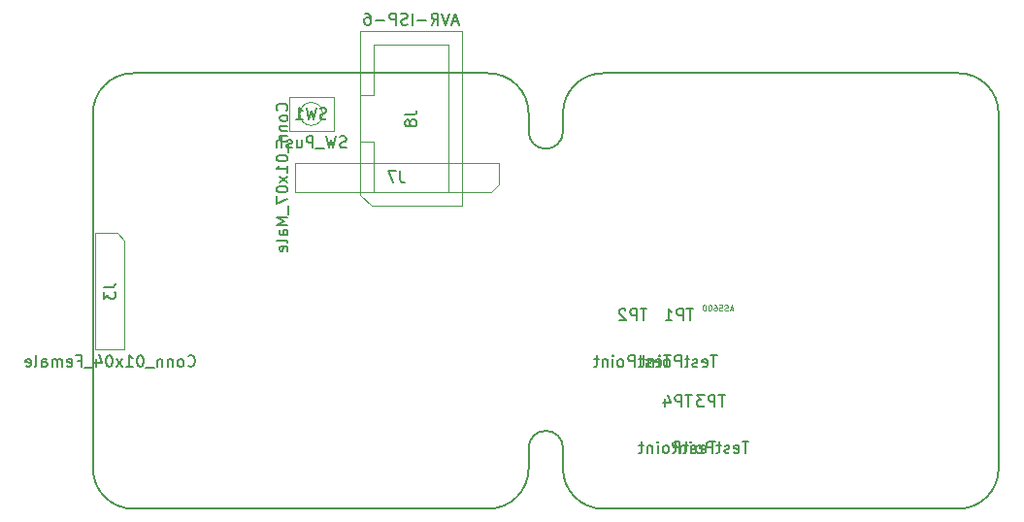
<source format=gbr>
%TF.GenerationSoftware,KiCad,Pcbnew,(6.0.1-0)*%
%TF.CreationDate,2022-02-22T17:31:55+01:00*%
%TF.ProjectId,ethersweep,65746865-7273-4776-9565-702e6b696361,2.0.1*%
%TF.SameCoordinates,Original*%
%TF.FileFunction,AssemblyDrawing,Bot*%
%FSLAX46Y46*%
G04 Gerber Fmt 4.6, Leading zero omitted, Abs format (unit mm)*
G04 Created by KiCad (PCBNEW (6.0.1-0)) date 2022-02-22 17:31:55*
%MOMM*%
%LPD*%
G01*
G04 APERTURE LIST*
%TA.AperFunction,Profile*%
%ADD10C,0.150000*%
%TD*%
%ADD11C,0.150000*%
%ADD12C,0.015000*%
%ADD13C,0.100000*%
G04 APERTURE END LIST*
D10*
X184100000Y-31800000D02*
X184100000Y-30200000D01*
X184100000Y-60700000D02*
X184100000Y-59400000D01*
X180600000Y-26700000D02*
X149600000Y-26700000D01*
X149600000Y-26700000D02*
G75*
G03*
X146100000Y-30200000I-1J-3499999D01*
G01*
X184100000Y-30200000D02*
G75*
G03*
X180600000Y-26700000I-3499999J1D01*
G01*
X180600000Y-64700000D02*
G75*
G03*
X184100000Y-61200000I1J3499999D01*
G01*
X146100000Y-30200000D02*
X146100000Y-61200000D01*
X149600000Y-64700000D02*
X180600000Y-64700000D01*
X146100000Y-61200000D02*
G75*
G03*
X149600000Y-64700000I3499999J-1D01*
G01*
X184100000Y-61200000D02*
X184100000Y-60700000D01*
X225100000Y-61200000D02*
X225100000Y-30200000D01*
X190600000Y-64700000D02*
X221600000Y-64700000D01*
X187100000Y-61200000D02*
G75*
G03*
X190600000Y-64700000I3499999J-1D01*
G01*
X221600000Y-64700000D02*
G75*
G03*
X225100000Y-61200000I1J3499999D01*
G01*
X190600000Y-26700000D02*
G75*
G03*
X187100000Y-30200000I-1J-3499999D01*
G01*
X190600000Y-26700000D02*
X221600000Y-26700000D01*
X187100000Y-30200000D02*
X187100000Y-30700000D01*
X187100000Y-61200000D02*
X187100000Y-59400000D01*
X187100000Y-31800000D02*
X187100000Y-30700000D01*
X225100000Y-30200000D02*
G75*
G03*
X221600000Y-26700000I-3499999J1D01*
G01*
X184099404Y-31800002D02*
G75*
G03*
X187100000Y-31800000I1500298J-298D01*
G01*
X187100596Y-59399998D02*
G75*
G03*
X184100000Y-59400000I-1500298J298D01*
G01*
D11*
X177965238Y-22186666D02*
X177489047Y-22186666D01*
X178060476Y-22472380D02*
X177727142Y-21472380D01*
X177393809Y-22472380D01*
X177203333Y-21472380D02*
X176870000Y-22472380D01*
X176536666Y-21472380D01*
X175631904Y-22472380D02*
X175965238Y-21996190D01*
X176203333Y-22472380D02*
X176203333Y-21472380D01*
X175822380Y-21472380D01*
X175727142Y-21520000D01*
X175679523Y-21567619D01*
X175631904Y-21662857D01*
X175631904Y-21805714D01*
X175679523Y-21900952D01*
X175727142Y-21948571D01*
X175822380Y-21996190D01*
X176203333Y-21996190D01*
X175203333Y-22091428D02*
X174441428Y-22091428D01*
X173965238Y-22472380D02*
X173965238Y-21472380D01*
X173536666Y-22424761D02*
X173393809Y-22472380D01*
X173155714Y-22472380D01*
X173060476Y-22424761D01*
X173012857Y-22377142D01*
X172965238Y-22281904D01*
X172965238Y-22186666D01*
X173012857Y-22091428D01*
X173060476Y-22043809D01*
X173155714Y-21996190D01*
X173346190Y-21948571D01*
X173441428Y-21900952D01*
X173489047Y-21853333D01*
X173536666Y-21758095D01*
X173536666Y-21662857D01*
X173489047Y-21567619D01*
X173441428Y-21520000D01*
X173346190Y-21472380D01*
X173108095Y-21472380D01*
X172965238Y-21520000D01*
X172536666Y-22472380D02*
X172536666Y-21472380D01*
X172155714Y-21472380D01*
X172060476Y-21520000D01*
X172012857Y-21567619D01*
X171965238Y-21662857D01*
X171965238Y-21805714D01*
X172012857Y-21900952D01*
X172060476Y-21948571D01*
X172155714Y-21996190D01*
X172536666Y-21996190D01*
X171536666Y-22091428D02*
X170774761Y-22091428D01*
X169870000Y-21472380D02*
X170060476Y-21472380D01*
X170155714Y-21520000D01*
X170203333Y-21567619D01*
X170298571Y-21710476D01*
X170346190Y-21900952D01*
X170346190Y-22281904D01*
X170298571Y-22377142D01*
X170250952Y-22424761D01*
X170155714Y-22472380D01*
X169965238Y-22472380D01*
X169870000Y-22424761D01*
X169822380Y-22377142D01*
X169774761Y-22281904D01*
X169774761Y-22043809D01*
X169822380Y-21948571D01*
X169870000Y-21900952D01*
X169965238Y-21853333D01*
X170155714Y-21853333D01*
X170250952Y-21900952D01*
X170298571Y-21948571D01*
X170346190Y-22043809D01*
X173322380Y-30326666D02*
X174036666Y-30326666D01*
X174179523Y-30279047D01*
X174274761Y-30183809D01*
X174322380Y-30040952D01*
X174322380Y-29945714D01*
X173750952Y-30945714D02*
X173703333Y-30850476D01*
X173655714Y-30802857D01*
X173560476Y-30755238D01*
X173512857Y-30755238D01*
X173417619Y-30802857D01*
X173370000Y-30850476D01*
X173322380Y-30945714D01*
X173322380Y-31136190D01*
X173370000Y-31231428D01*
X173417619Y-31279047D01*
X173512857Y-31326666D01*
X173560476Y-31326666D01*
X173655714Y-31279047D01*
X173703333Y-31231428D01*
X173750952Y-31136190D01*
X173750952Y-30945714D01*
X173798571Y-30850476D01*
X173846190Y-30802857D01*
X173941428Y-30755238D01*
X174131904Y-30755238D01*
X174227142Y-30802857D01*
X174274761Y-30850476D01*
X174322380Y-30945714D01*
X174322380Y-31136190D01*
X174274761Y-31231428D01*
X174227142Y-31279047D01*
X174131904Y-31326666D01*
X173941428Y-31326666D01*
X173846190Y-31279047D01*
X173798571Y-31231428D01*
X173750952Y-31136190D01*
X154385714Y-52207142D02*
X154433333Y-52254761D01*
X154576190Y-52302380D01*
X154671428Y-52302380D01*
X154814285Y-52254761D01*
X154909523Y-52159523D01*
X154957142Y-52064285D01*
X155004761Y-51873809D01*
X155004761Y-51730952D01*
X154957142Y-51540476D01*
X154909523Y-51445238D01*
X154814285Y-51350000D01*
X154671428Y-51302380D01*
X154576190Y-51302380D01*
X154433333Y-51350000D01*
X154385714Y-51397619D01*
X153814285Y-52302380D02*
X153909523Y-52254761D01*
X153957142Y-52207142D01*
X154004761Y-52111904D01*
X154004761Y-51826190D01*
X153957142Y-51730952D01*
X153909523Y-51683333D01*
X153814285Y-51635714D01*
X153671428Y-51635714D01*
X153576190Y-51683333D01*
X153528571Y-51730952D01*
X153480952Y-51826190D01*
X153480952Y-52111904D01*
X153528571Y-52207142D01*
X153576190Y-52254761D01*
X153671428Y-52302380D01*
X153814285Y-52302380D01*
X153052380Y-51635714D02*
X153052380Y-52302380D01*
X153052380Y-51730952D02*
X153004761Y-51683333D01*
X152909523Y-51635714D01*
X152766666Y-51635714D01*
X152671428Y-51683333D01*
X152623809Y-51778571D01*
X152623809Y-52302380D01*
X152147619Y-51635714D02*
X152147619Y-52302380D01*
X152147619Y-51730952D02*
X152100000Y-51683333D01*
X152004761Y-51635714D01*
X151861904Y-51635714D01*
X151766666Y-51683333D01*
X151719047Y-51778571D01*
X151719047Y-52302380D01*
X151480952Y-52397619D02*
X150719047Y-52397619D01*
X150290476Y-51302380D02*
X150195238Y-51302380D01*
X150100000Y-51350000D01*
X150052380Y-51397619D01*
X150004761Y-51492857D01*
X149957142Y-51683333D01*
X149957142Y-51921428D01*
X150004761Y-52111904D01*
X150052380Y-52207142D01*
X150100000Y-52254761D01*
X150195238Y-52302380D01*
X150290476Y-52302380D01*
X150385714Y-52254761D01*
X150433333Y-52207142D01*
X150480952Y-52111904D01*
X150528571Y-51921428D01*
X150528571Y-51683333D01*
X150480952Y-51492857D01*
X150433333Y-51397619D01*
X150385714Y-51350000D01*
X150290476Y-51302380D01*
X149004761Y-52302380D02*
X149576190Y-52302380D01*
X149290476Y-52302380D02*
X149290476Y-51302380D01*
X149385714Y-51445238D01*
X149480952Y-51540476D01*
X149576190Y-51588095D01*
X148671428Y-52302380D02*
X148147619Y-51635714D01*
X148671428Y-51635714D02*
X148147619Y-52302380D01*
X147576190Y-51302380D02*
X147480952Y-51302380D01*
X147385714Y-51350000D01*
X147338095Y-51397619D01*
X147290476Y-51492857D01*
X147242857Y-51683333D01*
X147242857Y-51921428D01*
X147290476Y-52111904D01*
X147338095Y-52207142D01*
X147385714Y-52254761D01*
X147480952Y-52302380D01*
X147576190Y-52302380D01*
X147671428Y-52254761D01*
X147719047Y-52207142D01*
X147766666Y-52111904D01*
X147814285Y-51921428D01*
X147814285Y-51683333D01*
X147766666Y-51492857D01*
X147719047Y-51397619D01*
X147671428Y-51350000D01*
X147576190Y-51302380D01*
X146385714Y-51635714D02*
X146385714Y-52302380D01*
X146623809Y-51254761D02*
X146861904Y-51969047D01*
X146242857Y-51969047D01*
X146100000Y-52397619D02*
X145338095Y-52397619D01*
X144766666Y-51778571D02*
X145100000Y-51778571D01*
X145100000Y-52302380D02*
X145100000Y-51302380D01*
X144623809Y-51302380D01*
X143861904Y-52254761D02*
X143957142Y-52302380D01*
X144147619Y-52302380D01*
X144242857Y-52254761D01*
X144290476Y-52159523D01*
X144290476Y-51778571D01*
X144242857Y-51683333D01*
X144147619Y-51635714D01*
X143957142Y-51635714D01*
X143861904Y-51683333D01*
X143814285Y-51778571D01*
X143814285Y-51873809D01*
X144290476Y-51969047D01*
X143385714Y-52302380D02*
X143385714Y-51635714D01*
X143385714Y-51730952D02*
X143338095Y-51683333D01*
X143242857Y-51635714D01*
X143100000Y-51635714D01*
X143004761Y-51683333D01*
X142957142Y-51778571D01*
X142957142Y-52302380D01*
X142957142Y-51778571D02*
X142909523Y-51683333D01*
X142814285Y-51635714D01*
X142671428Y-51635714D01*
X142576190Y-51683333D01*
X142528571Y-51778571D01*
X142528571Y-52302380D01*
X141623809Y-52302380D02*
X141623809Y-51778571D01*
X141671428Y-51683333D01*
X141766666Y-51635714D01*
X141957142Y-51635714D01*
X142052380Y-51683333D01*
X141623809Y-52254761D02*
X141719047Y-52302380D01*
X141957142Y-52302380D01*
X142052380Y-52254761D01*
X142100000Y-52159523D01*
X142100000Y-52064285D01*
X142052380Y-51969047D01*
X141957142Y-51921428D01*
X141719047Y-51921428D01*
X141623809Y-51873809D01*
X141004761Y-52302380D02*
X141100000Y-52254761D01*
X141147619Y-52159523D01*
X141147619Y-51302380D01*
X140242857Y-52254761D02*
X140338095Y-52302380D01*
X140528571Y-52302380D01*
X140623809Y-52254761D01*
X140671428Y-52159523D01*
X140671428Y-51778571D01*
X140623809Y-51683333D01*
X140528571Y-51635714D01*
X140338095Y-51635714D01*
X140242857Y-51683333D01*
X140195238Y-51778571D01*
X140195238Y-51873809D01*
X140671428Y-51969047D01*
X147052380Y-45376666D02*
X147766666Y-45376666D01*
X147909523Y-45329047D01*
X148004761Y-45233809D01*
X148052380Y-45090952D01*
X148052380Y-44995714D01*
X147052380Y-45757619D02*
X147052380Y-46376666D01*
X147433333Y-46043333D01*
X147433333Y-46186190D01*
X147480952Y-46281428D01*
X147528571Y-46329047D01*
X147623809Y-46376666D01*
X147861904Y-46376666D01*
X147957142Y-46329047D01*
X148004761Y-46281428D01*
X148052380Y-46186190D01*
X148052380Y-45900476D01*
X148004761Y-45805238D01*
X147957142Y-45757619D01*
X162987142Y-29966666D02*
X163034761Y-29919047D01*
X163082380Y-29776190D01*
X163082380Y-29680952D01*
X163034761Y-29538095D01*
X162939523Y-29442857D01*
X162844285Y-29395238D01*
X162653809Y-29347619D01*
X162510952Y-29347619D01*
X162320476Y-29395238D01*
X162225238Y-29442857D01*
X162130000Y-29538095D01*
X162082380Y-29680952D01*
X162082380Y-29776190D01*
X162130000Y-29919047D01*
X162177619Y-29966666D01*
X163082380Y-30538095D02*
X163034761Y-30442857D01*
X162987142Y-30395238D01*
X162891904Y-30347619D01*
X162606190Y-30347619D01*
X162510952Y-30395238D01*
X162463333Y-30442857D01*
X162415714Y-30538095D01*
X162415714Y-30680952D01*
X162463333Y-30776190D01*
X162510952Y-30823809D01*
X162606190Y-30871428D01*
X162891904Y-30871428D01*
X162987142Y-30823809D01*
X163034761Y-30776190D01*
X163082380Y-30680952D01*
X163082380Y-30538095D01*
X162415714Y-31300000D02*
X163082380Y-31300000D01*
X162510952Y-31300000D02*
X162463333Y-31347619D01*
X162415714Y-31442857D01*
X162415714Y-31585714D01*
X162463333Y-31680952D01*
X162558571Y-31728571D01*
X163082380Y-31728571D01*
X162415714Y-32204761D02*
X163082380Y-32204761D01*
X162510952Y-32204761D02*
X162463333Y-32252380D01*
X162415714Y-32347619D01*
X162415714Y-32490476D01*
X162463333Y-32585714D01*
X162558571Y-32633333D01*
X163082380Y-32633333D01*
X163177619Y-32871428D02*
X163177619Y-33633333D01*
X162082380Y-34061904D02*
X162082380Y-34157142D01*
X162130000Y-34252380D01*
X162177619Y-34300000D01*
X162272857Y-34347619D01*
X162463333Y-34395238D01*
X162701428Y-34395238D01*
X162891904Y-34347619D01*
X162987142Y-34300000D01*
X163034761Y-34252380D01*
X163082380Y-34157142D01*
X163082380Y-34061904D01*
X163034761Y-33966666D01*
X162987142Y-33919047D01*
X162891904Y-33871428D01*
X162701428Y-33823809D01*
X162463333Y-33823809D01*
X162272857Y-33871428D01*
X162177619Y-33919047D01*
X162130000Y-33966666D01*
X162082380Y-34061904D01*
X163082380Y-35347619D02*
X163082380Y-34776190D01*
X163082380Y-35061904D02*
X162082380Y-35061904D01*
X162225238Y-34966666D01*
X162320476Y-34871428D01*
X162368095Y-34776190D01*
X163082380Y-35680952D02*
X162415714Y-36204761D01*
X162415714Y-35680952D02*
X163082380Y-36204761D01*
X162082380Y-36776190D02*
X162082380Y-36871428D01*
X162130000Y-36966666D01*
X162177619Y-37014285D01*
X162272857Y-37061904D01*
X162463333Y-37109523D01*
X162701428Y-37109523D01*
X162891904Y-37061904D01*
X162987142Y-37014285D01*
X163034761Y-36966666D01*
X163082380Y-36871428D01*
X163082380Y-36776190D01*
X163034761Y-36680952D01*
X162987142Y-36633333D01*
X162891904Y-36585714D01*
X162701428Y-36538095D01*
X162463333Y-36538095D01*
X162272857Y-36585714D01*
X162177619Y-36633333D01*
X162130000Y-36680952D01*
X162082380Y-36776190D01*
X162082380Y-37442857D02*
X162082380Y-38109523D01*
X163082380Y-37680952D01*
X163177619Y-38252380D02*
X163177619Y-39014285D01*
X163082380Y-39252380D02*
X162082380Y-39252380D01*
X162796666Y-39585714D01*
X162082380Y-39919047D01*
X163082380Y-39919047D01*
X163082380Y-40823809D02*
X162558571Y-40823809D01*
X162463333Y-40776190D01*
X162415714Y-40680952D01*
X162415714Y-40490476D01*
X162463333Y-40395238D01*
X163034761Y-40823809D02*
X163082380Y-40728571D01*
X163082380Y-40490476D01*
X163034761Y-40395238D01*
X162939523Y-40347619D01*
X162844285Y-40347619D01*
X162749047Y-40395238D01*
X162701428Y-40490476D01*
X162701428Y-40728571D01*
X162653809Y-40823809D01*
X163082380Y-41442857D02*
X163034761Y-41347619D01*
X162939523Y-41300000D01*
X162082380Y-41300000D01*
X163034761Y-42204761D02*
X163082380Y-42109523D01*
X163082380Y-41919047D01*
X163034761Y-41823809D01*
X162939523Y-41776190D01*
X162558571Y-41776190D01*
X162463333Y-41823809D01*
X162415714Y-41919047D01*
X162415714Y-42109523D01*
X162463333Y-42204761D01*
X162558571Y-42252380D01*
X162653809Y-42252380D01*
X162749047Y-41776190D01*
X172913333Y-35252380D02*
X172913333Y-35966666D01*
X172960952Y-36109523D01*
X173056190Y-36204761D01*
X173199047Y-36252380D01*
X173294285Y-36252380D01*
X172532380Y-35252380D02*
X171865714Y-35252380D01*
X172294285Y-36252380D01*
X168197619Y-33154761D02*
X168054761Y-33202380D01*
X167816666Y-33202380D01*
X167721428Y-33154761D01*
X167673809Y-33107142D01*
X167626190Y-33011904D01*
X167626190Y-32916666D01*
X167673809Y-32821428D01*
X167721428Y-32773809D01*
X167816666Y-32726190D01*
X168007142Y-32678571D01*
X168102380Y-32630952D01*
X168150000Y-32583333D01*
X168197619Y-32488095D01*
X168197619Y-32392857D01*
X168150000Y-32297619D01*
X168102380Y-32250000D01*
X168007142Y-32202380D01*
X167769047Y-32202380D01*
X167626190Y-32250000D01*
X167292857Y-32202380D02*
X167054761Y-33202380D01*
X166864285Y-32488095D01*
X166673809Y-33202380D01*
X166435714Y-32202380D01*
X166292857Y-33297619D02*
X165530952Y-33297619D01*
X165292857Y-33202380D02*
X165292857Y-32202380D01*
X164911904Y-32202380D01*
X164816666Y-32250000D01*
X164769047Y-32297619D01*
X164721428Y-32392857D01*
X164721428Y-32535714D01*
X164769047Y-32630952D01*
X164816666Y-32678571D01*
X164911904Y-32726190D01*
X165292857Y-32726190D01*
X163864285Y-32535714D02*
X163864285Y-33202380D01*
X164292857Y-32535714D02*
X164292857Y-33059523D01*
X164245238Y-33154761D01*
X164150000Y-33202380D01*
X164007142Y-33202380D01*
X163911904Y-33154761D01*
X163864285Y-33107142D01*
X163435714Y-33154761D02*
X163340476Y-33202380D01*
X163150000Y-33202380D01*
X163054761Y-33154761D01*
X163007142Y-33059523D01*
X163007142Y-33011904D01*
X163054761Y-32916666D01*
X163150000Y-32869047D01*
X163292857Y-32869047D01*
X163388095Y-32821428D01*
X163435714Y-32726190D01*
X163435714Y-32678571D01*
X163388095Y-32583333D01*
X163292857Y-32535714D01*
X163150000Y-32535714D01*
X163054761Y-32583333D01*
X162578571Y-33202380D02*
X162578571Y-32202380D01*
X162150000Y-33202380D02*
X162150000Y-32678571D01*
X162197619Y-32583333D01*
X162292857Y-32535714D01*
X162435714Y-32535714D01*
X162530952Y-32583333D01*
X162578571Y-32630952D01*
X166483333Y-30654761D02*
X166340476Y-30702380D01*
X166102380Y-30702380D01*
X166007142Y-30654761D01*
X165959523Y-30607142D01*
X165911904Y-30511904D01*
X165911904Y-30416666D01*
X165959523Y-30321428D01*
X166007142Y-30273809D01*
X166102380Y-30226190D01*
X166292857Y-30178571D01*
X166388095Y-30130952D01*
X166435714Y-30083333D01*
X166483333Y-29988095D01*
X166483333Y-29892857D01*
X166435714Y-29797619D01*
X166388095Y-29750000D01*
X166292857Y-29702380D01*
X166054761Y-29702380D01*
X165911904Y-29750000D01*
X165578571Y-29702380D02*
X165340476Y-30702380D01*
X165150000Y-29988095D01*
X164959523Y-30702380D01*
X164721428Y-29702380D01*
X163816666Y-30702380D02*
X164388095Y-30702380D01*
X164102380Y-30702380D02*
X164102380Y-29702380D01*
X164197619Y-29845238D01*
X164292857Y-29940476D01*
X164388095Y-29988095D01*
D12*
X201909523Y-47283333D02*
X201671428Y-47283333D01*
X201957142Y-47426190D02*
X201790476Y-46926190D01*
X201623809Y-47426190D01*
X201480952Y-47402380D02*
X201409523Y-47426190D01*
X201290476Y-47426190D01*
X201242857Y-47402380D01*
X201219047Y-47378571D01*
X201195238Y-47330952D01*
X201195238Y-47283333D01*
X201219047Y-47235714D01*
X201242857Y-47211904D01*
X201290476Y-47188095D01*
X201385714Y-47164285D01*
X201433333Y-47140476D01*
X201457142Y-47116666D01*
X201480952Y-47069047D01*
X201480952Y-47021428D01*
X201457142Y-46973809D01*
X201433333Y-46950000D01*
X201385714Y-46926190D01*
X201266666Y-46926190D01*
X201195238Y-46950000D01*
X200742857Y-46926190D02*
X200980952Y-46926190D01*
X201004761Y-47164285D01*
X200980952Y-47140476D01*
X200933333Y-47116666D01*
X200814285Y-47116666D01*
X200766666Y-47140476D01*
X200742857Y-47164285D01*
X200719047Y-47211904D01*
X200719047Y-47330952D01*
X200742857Y-47378571D01*
X200766666Y-47402380D01*
X200814285Y-47426190D01*
X200933333Y-47426190D01*
X200980952Y-47402380D01*
X201004761Y-47378571D01*
X200290476Y-46926190D02*
X200385714Y-46926190D01*
X200433333Y-46950000D01*
X200457142Y-46973809D01*
X200504761Y-47045238D01*
X200528571Y-47140476D01*
X200528571Y-47330952D01*
X200504761Y-47378571D01*
X200480952Y-47402380D01*
X200433333Y-47426190D01*
X200338095Y-47426190D01*
X200290476Y-47402380D01*
X200266666Y-47378571D01*
X200242857Y-47330952D01*
X200242857Y-47211904D01*
X200266666Y-47164285D01*
X200290476Y-47140476D01*
X200338095Y-47116666D01*
X200433333Y-47116666D01*
X200480952Y-47140476D01*
X200504761Y-47164285D01*
X200528571Y-47211904D01*
X199933333Y-46926190D02*
X199885714Y-46926190D01*
X199838095Y-46950000D01*
X199814285Y-46973809D01*
X199790476Y-47021428D01*
X199766666Y-47116666D01*
X199766666Y-47235714D01*
X199790476Y-47330952D01*
X199814285Y-47378571D01*
X199838095Y-47402380D01*
X199885714Y-47426190D01*
X199933333Y-47426190D01*
X199980952Y-47402380D01*
X200004761Y-47378571D01*
X200028571Y-47330952D01*
X200052380Y-47235714D01*
X200052380Y-47116666D01*
X200028571Y-47021428D01*
X200004761Y-46973809D01*
X199980952Y-46950000D01*
X199933333Y-46926190D01*
X199457142Y-46926190D02*
X199409523Y-46926190D01*
X199361904Y-46950000D01*
X199338095Y-46973809D01*
X199314285Y-47021428D01*
X199290476Y-47116666D01*
X199290476Y-47235714D01*
X199314285Y-47330952D01*
X199338095Y-47378571D01*
X199361904Y-47402380D01*
X199409523Y-47426190D01*
X199457142Y-47426190D01*
X199504761Y-47402380D01*
X199528571Y-47378571D01*
X199552380Y-47330952D01*
X199576190Y-47235714D01*
X199576190Y-47116666D01*
X199552380Y-47021428D01*
X199528571Y-46973809D01*
X199504761Y-46950000D01*
X199457142Y-46926190D01*
D11*
X203308332Y-58847381D02*
X202736903Y-58847381D01*
X203022618Y-59847381D02*
X203022618Y-58847381D01*
X202022618Y-59799762D02*
X202117856Y-59847381D01*
X202308332Y-59847381D01*
X202403570Y-59799762D01*
X202451189Y-59704524D01*
X202451189Y-59323572D01*
X202403570Y-59228334D01*
X202308332Y-59180715D01*
X202117856Y-59180715D01*
X202022618Y-59228334D01*
X201974999Y-59323572D01*
X201974999Y-59418810D01*
X202451189Y-59514048D01*
X201594046Y-59799762D02*
X201498808Y-59847381D01*
X201308332Y-59847381D01*
X201213094Y-59799762D01*
X201165475Y-59704524D01*
X201165475Y-59656905D01*
X201213094Y-59561667D01*
X201308332Y-59514048D01*
X201451189Y-59514048D01*
X201546427Y-59466429D01*
X201594046Y-59371191D01*
X201594046Y-59323572D01*
X201546427Y-59228334D01*
X201451189Y-59180715D01*
X201308332Y-59180715D01*
X201213094Y-59228334D01*
X200879760Y-59180715D02*
X200498808Y-59180715D01*
X200736903Y-58847381D02*
X200736903Y-59704524D01*
X200689284Y-59799762D01*
X200594046Y-59847381D01*
X200498808Y-59847381D01*
X200165475Y-59847381D02*
X200165475Y-58847381D01*
X199784522Y-58847381D01*
X199689284Y-58895001D01*
X199641665Y-58942620D01*
X199594046Y-59037858D01*
X199594046Y-59180715D01*
X199641665Y-59275953D01*
X199689284Y-59323572D01*
X199784522Y-59371191D01*
X200165475Y-59371191D01*
X199022618Y-59847381D02*
X199117856Y-59799762D01*
X199165475Y-59752143D01*
X199213094Y-59656905D01*
X199213094Y-59371191D01*
X199165475Y-59275953D01*
X199117856Y-59228334D01*
X199022618Y-59180715D01*
X198879760Y-59180715D01*
X198784522Y-59228334D01*
X198736903Y-59275953D01*
X198689284Y-59371191D01*
X198689284Y-59656905D01*
X198736903Y-59752143D01*
X198784522Y-59799762D01*
X198879760Y-59847381D01*
X199022618Y-59847381D01*
X198260713Y-59847381D02*
X198260713Y-59180715D01*
X198260713Y-58847381D02*
X198308332Y-58895001D01*
X198260713Y-58942620D01*
X198213094Y-58895001D01*
X198260713Y-58847381D01*
X198260713Y-58942620D01*
X197784522Y-59180715D02*
X197784522Y-59847381D01*
X197784522Y-59275953D02*
X197736903Y-59228334D01*
X197641665Y-59180715D01*
X197498808Y-59180715D01*
X197403570Y-59228334D01*
X197355951Y-59323572D01*
X197355951Y-59847381D01*
X197022618Y-59180715D02*
X196641665Y-59180715D01*
X196879760Y-58847381D02*
X196879760Y-59704524D01*
X196832141Y-59799762D01*
X196736903Y-59847381D01*
X196641665Y-59847381D01*
X201236903Y-54797381D02*
X200665475Y-54797381D01*
X200951189Y-55797381D02*
X200951189Y-54797381D01*
X200332141Y-55797381D02*
X200332141Y-54797381D01*
X199951189Y-54797381D01*
X199855951Y-54845001D01*
X199808332Y-54892620D01*
X199760713Y-54987858D01*
X199760713Y-55130715D01*
X199808332Y-55225953D01*
X199855951Y-55273572D01*
X199951189Y-55321191D01*
X200332141Y-55321191D01*
X199427379Y-54797381D02*
X198808332Y-54797381D01*
X199141665Y-55178334D01*
X198998808Y-55178334D01*
X198903570Y-55225953D01*
X198855951Y-55273572D01*
X198808332Y-55368810D01*
X198808332Y-55606905D01*
X198855951Y-55702143D01*
X198903570Y-55749762D01*
X198998808Y-55797381D01*
X199284522Y-55797381D01*
X199379760Y-55749762D01*
X199427379Y-55702143D01*
X200408332Y-58847381D02*
X199836903Y-58847381D01*
X200122618Y-59847381D02*
X200122618Y-58847381D01*
X199122618Y-59799762D02*
X199217856Y-59847381D01*
X199408332Y-59847381D01*
X199503570Y-59799762D01*
X199551189Y-59704524D01*
X199551189Y-59323572D01*
X199503570Y-59228334D01*
X199408332Y-59180715D01*
X199217856Y-59180715D01*
X199122618Y-59228334D01*
X199074999Y-59323572D01*
X199074999Y-59418810D01*
X199551189Y-59514048D01*
X198694046Y-59799762D02*
X198598808Y-59847381D01*
X198408332Y-59847381D01*
X198313094Y-59799762D01*
X198265475Y-59704524D01*
X198265475Y-59656905D01*
X198313094Y-59561667D01*
X198408332Y-59514048D01*
X198551189Y-59514048D01*
X198646427Y-59466429D01*
X198694046Y-59371191D01*
X198694046Y-59323572D01*
X198646427Y-59228334D01*
X198551189Y-59180715D01*
X198408332Y-59180715D01*
X198313094Y-59228334D01*
X197979760Y-59180715D02*
X197598808Y-59180715D01*
X197836903Y-58847381D02*
X197836903Y-59704524D01*
X197789284Y-59799762D01*
X197694046Y-59847381D01*
X197598808Y-59847381D01*
X197265475Y-59847381D02*
X197265475Y-58847381D01*
X196884522Y-58847381D01*
X196789284Y-58895001D01*
X196741665Y-58942620D01*
X196694046Y-59037858D01*
X196694046Y-59180715D01*
X196741665Y-59275953D01*
X196789284Y-59323572D01*
X196884522Y-59371191D01*
X197265475Y-59371191D01*
X196122618Y-59847381D02*
X196217856Y-59799762D01*
X196265475Y-59752143D01*
X196313094Y-59656905D01*
X196313094Y-59371191D01*
X196265475Y-59275953D01*
X196217856Y-59228334D01*
X196122618Y-59180715D01*
X195979760Y-59180715D01*
X195884522Y-59228334D01*
X195836903Y-59275953D01*
X195789284Y-59371191D01*
X195789284Y-59656905D01*
X195836903Y-59752143D01*
X195884522Y-59799762D01*
X195979760Y-59847381D01*
X196122618Y-59847381D01*
X195360713Y-59847381D02*
X195360713Y-59180715D01*
X195360713Y-58847381D02*
X195408332Y-58895001D01*
X195360713Y-58942620D01*
X195313094Y-58895001D01*
X195360713Y-58847381D01*
X195360713Y-58942620D01*
X194884522Y-59180715D02*
X194884522Y-59847381D01*
X194884522Y-59275953D02*
X194836903Y-59228334D01*
X194741665Y-59180715D01*
X194598808Y-59180715D01*
X194503570Y-59228334D01*
X194455951Y-59323572D01*
X194455951Y-59847381D01*
X194122618Y-59180715D02*
X193741665Y-59180715D01*
X193979760Y-58847381D02*
X193979760Y-59704524D01*
X193932141Y-59799762D01*
X193836903Y-59847381D01*
X193741665Y-59847381D01*
X198336903Y-54797381D02*
X197765475Y-54797381D01*
X198051189Y-55797381D02*
X198051189Y-54797381D01*
X197432141Y-55797381D02*
X197432141Y-54797381D01*
X197051189Y-54797381D01*
X196955951Y-54845001D01*
X196908332Y-54892620D01*
X196860713Y-54987858D01*
X196860713Y-55130715D01*
X196908332Y-55225953D01*
X196955951Y-55273572D01*
X197051189Y-55321191D01*
X197432141Y-55321191D01*
X196003570Y-55130715D02*
X196003570Y-55797381D01*
X196241665Y-54749762D02*
X196479760Y-55464048D01*
X195860713Y-55464048D01*
X200536333Y-51319380D02*
X199964904Y-51319380D01*
X200250619Y-52319380D02*
X200250619Y-51319380D01*
X199250619Y-52271761D02*
X199345857Y-52319380D01*
X199536333Y-52319380D01*
X199631571Y-52271761D01*
X199679190Y-52176523D01*
X199679190Y-51795571D01*
X199631571Y-51700333D01*
X199536333Y-51652714D01*
X199345857Y-51652714D01*
X199250619Y-51700333D01*
X199203000Y-51795571D01*
X199203000Y-51890809D01*
X199679190Y-51986047D01*
X198822047Y-52271761D02*
X198726809Y-52319380D01*
X198536333Y-52319380D01*
X198441095Y-52271761D01*
X198393476Y-52176523D01*
X198393476Y-52128904D01*
X198441095Y-52033666D01*
X198536333Y-51986047D01*
X198679190Y-51986047D01*
X198774428Y-51938428D01*
X198822047Y-51843190D01*
X198822047Y-51795571D01*
X198774428Y-51700333D01*
X198679190Y-51652714D01*
X198536333Y-51652714D01*
X198441095Y-51700333D01*
X198107761Y-51652714D02*
X197726809Y-51652714D01*
X197964904Y-51319380D02*
X197964904Y-52176523D01*
X197917285Y-52271761D01*
X197822047Y-52319380D01*
X197726809Y-52319380D01*
X197393476Y-52319380D02*
X197393476Y-51319380D01*
X197012523Y-51319380D01*
X196917285Y-51367000D01*
X196869666Y-51414619D01*
X196822047Y-51509857D01*
X196822047Y-51652714D01*
X196869666Y-51747952D01*
X196917285Y-51795571D01*
X197012523Y-51843190D01*
X197393476Y-51843190D01*
X196250619Y-52319380D02*
X196345857Y-52271761D01*
X196393476Y-52224142D01*
X196441095Y-52128904D01*
X196441095Y-51843190D01*
X196393476Y-51747952D01*
X196345857Y-51700333D01*
X196250619Y-51652714D01*
X196107761Y-51652714D01*
X196012523Y-51700333D01*
X195964904Y-51747952D01*
X195917285Y-51843190D01*
X195917285Y-52128904D01*
X195964904Y-52224142D01*
X196012523Y-52271761D01*
X196107761Y-52319380D01*
X196250619Y-52319380D01*
X195488714Y-52319380D02*
X195488714Y-51652714D01*
X195488714Y-51319380D02*
X195536333Y-51367000D01*
X195488714Y-51414619D01*
X195441095Y-51367000D01*
X195488714Y-51319380D01*
X195488714Y-51414619D01*
X195012523Y-51652714D02*
X195012523Y-52319380D01*
X195012523Y-51747952D02*
X194964904Y-51700333D01*
X194869666Y-51652714D01*
X194726809Y-51652714D01*
X194631571Y-51700333D01*
X194583952Y-51795571D01*
X194583952Y-52319380D01*
X194250619Y-51652714D02*
X193869666Y-51652714D01*
X194107761Y-51319380D02*
X194107761Y-52176523D01*
X194060142Y-52271761D01*
X193964904Y-52319380D01*
X193869666Y-52319380D01*
X198464904Y-47269380D02*
X197893476Y-47269380D01*
X198179190Y-48269380D02*
X198179190Y-47269380D01*
X197560142Y-48269380D02*
X197560142Y-47269380D01*
X197179190Y-47269380D01*
X197083952Y-47317000D01*
X197036333Y-47364619D01*
X196988714Y-47459857D01*
X196988714Y-47602714D01*
X197036333Y-47697952D01*
X197083952Y-47745571D01*
X197179190Y-47793190D01*
X197560142Y-47793190D01*
X196036333Y-48269380D02*
X196607761Y-48269380D01*
X196322047Y-48269380D02*
X196322047Y-47269380D01*
X196417285Y-47412238D01*
X196512523Y-47507476D01*
X196607761Y-47555095D01*
X196486333Y-51319380D02*
X195914904Y-51319380D01*
X196200619Y-52319380D02*
X196200619Y-51319380D01*
X195200619Y-52271761D02*
X195295857Y-52319380D01*
X195486333Y-52319380D01*
X195581571Y-52271761D01*
X195629190Y-52176523D01*
X195629190Y-51795571D01*
X195581571Y-51700333D01*
X195486333Y-51652714D01*
X195295857Y-51652714D01*
X195200619Y-51700333D01*
X195153000Y-51795571D01*
X195153000Y-51890809D01*
X195629190Y-51986047D01*
X194772047Y-52271761D02*
X194676809Y-52319380D01*
X194486333Y-52319380D01*
X194391095Y-52271761D01*
X194343476Y-52176523D01*
X194343476Y-52128904D01*
X194391095Y-52033666D01*
X194486333Y-51986047D01*
X194629190Y-51986047D01*
X194724428Y-51938428D01*
X194772047Y-51843190D01*
X194772047Y-51795571D01*
X194724428Y-51700333D01*
X194629190Y-51652714D01*
X194486333Y-51652714D01*
X194391095Y-51700333D01*
X194057761Y-51652714D02*
X193676809Y-51652714D01*
X193914904Y-51319380D02*
X193914904Y-52176523D01*
X193867285Y-52271761D01*
X193772047Y-52319380D01*
X193676809Y-52319380D01*
X193343476Y-52319380D02*
X193343476Y-51319380D01*
X192962523Y-51319380D01*
X192867285Y-51367000D01*
X192819666Y-51414619D01*
X192772047Y-51509857D01*
X192772047Y-51652714D01*
X192819666Y-51747952D01*
X192867285Y-51795571D01*
X192962523Y-51843190D01*
X193343476Y-51843190D01*
X192200619Y-52319380D02*
X192295857Y-52271761D01*
X192343476Y-52224142D01*
X192391095Y-52128904D01*
X192391095Y-51843190D01*
X192343476Y-51747952D01*
X192295857Y-51700333D01*
X192200619Y-51652714D01*
X192057761Y-51652714D01*
X191962523Y-51700333D01*
X191914904Y-51747952D01*
X191867285Y-51843190D01*
X191867285Y-52128904D01*
X191914904Y-52224142D01*
X191962523Y-52271761D01*
X192057761Y-52319380D01*
X192200619Y-52319380D01*
X191438714Y-52319380D02*
X191438714Y-51652714D01*
X191438714Y-51319380D02*
X191486333Y-51367000D01*
X191438714Y-51414619D01*
X191391095Y-51367000D01*
X191438714Y-51319380D01*
X191438714Y-51414619D01*
X190962523Y-51652714D02*
X190962523Y-52319380D01*
X190962523Y-51747952D02*
X190914904Y-51700333D01*
X190819666Y-51652714D01*
X190676809Y-51652714D01*
X190581571Y-51700333D01*
X190533952Y-51795571D01*
X190533952Y-52319380D01*
X190200619Y-51652714D02*
X189819666Y-51652714D01*
X190057761Y-51319380D02*
X190057761Y-52176523D01*
X190010142Y-52271761D01*
X189914904Y-52319380D01*
X189819666Y-52319380D01*
X194414904Y-47269380D02*
X193843476Y-47269380D01*
X194129190Y-48269380D02*
X194129190Y-47269380D01*
X193510142Y-48269380D02*
X193510142Y-47269380D01*
X193129190Y-47269380D01*
X193033952Y-47317000D01*
X192986333Y-47364619D01*
X192938714Y-47459857D01*
X192938714Y-47602714D01*
X192986333Y-47697952D01*
X193033952Y-47745571D01*
X193129190Y-47793190D01*
X193510142Y-47793190D01*
X192557761Y-47364619D02*
X192510142Y-47317000D01*
X192414904Y-47269380D01*
X192176809Y-47269380D01*
X192081571Y-47317000D01*
X192033952Y-47364619D01*
X191986333Y-47459857D01*
X191986333Y-47555095D01*
X192033952Y-47697952D01*
X192605380Y-48269380D01*
X191986333Y-48269380D01*
D13*
X170620000Y-24210000D02*
X170620000Y-28610000D01*
X169420000Y-23020000D02*
X169420000Y-37300000D01*
X170620000Y-28610000D02*
X170620000Y-28610000D01*
X169420000Y-37300000D02*
X170420000Y-38300000D01*
X170620000Y-32710000D02*
X170620000Y-37110000D01*
X177120000Y-37110000D02*
X177120000Y-24210000D01*
X170620000Y-37110000D02*
X177120000Y-37110000D01*
X178320000Y-23020000D02*
X169420000Y-23020000D01*
X170620000Y-28610000D02*
X169420000Y-28610000D01*
X169420000Y-32710000D02*
X170620000Y-32710000D01*
X178320000Y-38300000D02*
X178320000Y-23020000D01*
X177120000Y-24210000D02*
X170620000Y-24210000D01*
X170420000Y-38300000D02*
X178320000Y-38300000D01*
X148870000Y-50790000D02*
X148870000Y-41265000D01*
X146330000Y-50790000D02*
X148870000Y-50790000D01*
X148870000Y-41265000D02*
X148235000Y-40630000D01*
X148235000Y-40630000D02*
X146330000Y-40630000D01*
X146330000Y-40630000D02*
X146330000Y-50790000D01*
X181470000Y-36435000D02*
X181470000Y-34530000D01*
X181470000Y-34530000D02*
X163690000Y-34530000D01*
X180835000Y-37070000D02*
X181470000Y-36435000D01*
X163690000Y-34530000D02*
X163690000Y-37070000D01*
X163690000Y-37070000D02*
X180835000Y-37070000D01*
X167100000Y-31700000D02*
X167100000Y-28800000D01*
X163200000Y-28800000D02*
X163200000Y-31700000D01*
X163200000Y-31700000D02*
X167100000Y-31700000D01*
X167100000Y-28800000D02*
X163200000Y-28800000D01*
X166150000Y-30250000D02*
G75*
G03*
X166150000Y-30250000I-1000000J0D01*
G01*
M02*

</source>
